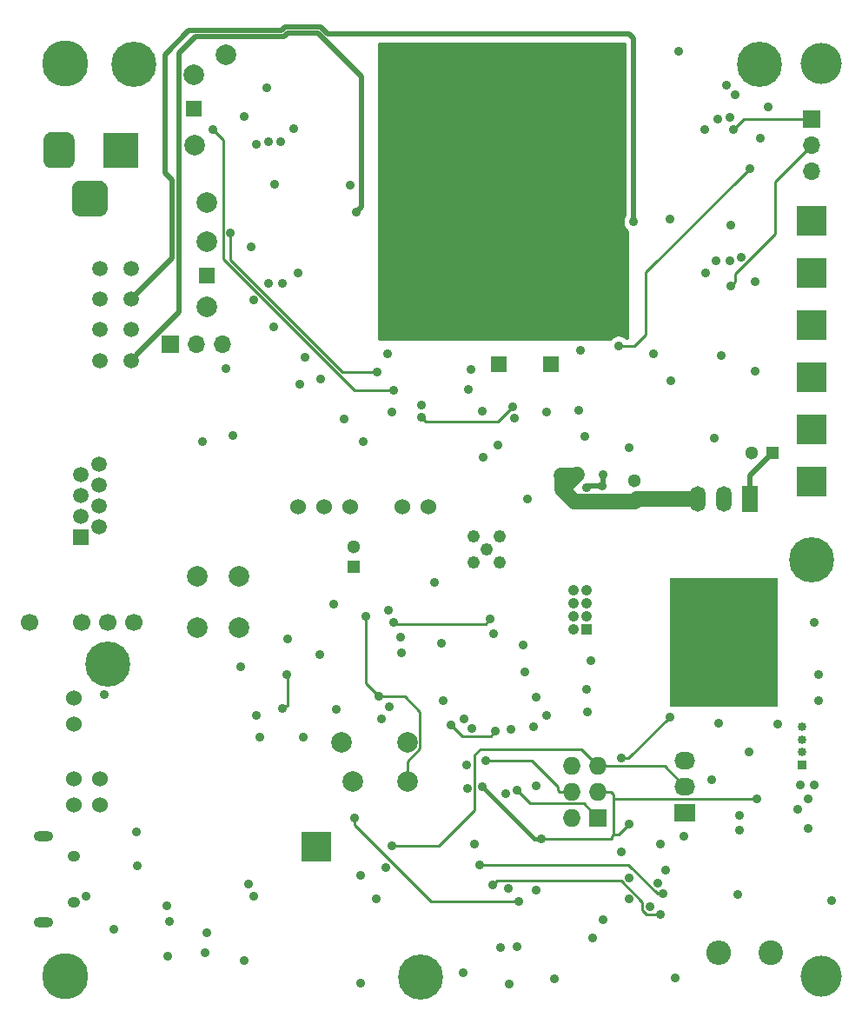
<source format=gbl>
G04 #@! TF.GenerationSoftware,KiCad,Pcbnew,(5.1.5)-3*
G04 #@! TF.CreationDate,2020-02-25T12:03:51+00:00*
G04 #@! TF.ProjectId,TempCtrl,54656d70-4374-4726-9c2e-6b696361645f,v4.3D*
G04 #@! TF.SameCoordinates,Original*
G04 #@! TF.FileFunction,Copper,L4,Bot*
G04 #@! TF.FilePolarity,Positive*
%FSLAX46Y46*%
G04 Gerber Fmt 4.6, Leading zero omitted, Abs format (unit mm)*
G04 Created by KiCad (PCBNEW (5.1.5)-3) date 2020-02-25 12:03:51*
%MOMM*%
%LPD*%
G04 APERTURE LIST*
%ADD10C,1.240000*%
%ADD11R,3.000000X3.000000*%
%ADD12C,4.400000*%
%ADD13C,0.700000*%
%ADD14O,1.700000X1.700000*%
%ADD15R,1.700000X1.700000*%
%ADD16R,1.500000X1.500000*%
%ADD17C,1.524000*%
%ADD18O,2.400000X2.400000*%
%ADD19C,2.400000*%
%ADD20C,2.000000*%
%ADD21R,1.300000X1.300000*%
%ADD22C,1.300000*%
%ADD23R,1.727200X1.727200*%
%ADD24O,1.727200X1.727200*%
%ADD25O,1.900000X1.000000*%
%ADD26O,1.250000X1.050000*%
%ADD27R,10.500000X12.500000*%
%ADD28O,1.501140X2.499360*%
%ADD29R,1.501140X2.499360*%
%ADD30C,5.080000*%
%ADD31R,0.850000X0.850000*%
%ADD32C,0.850000*%
%ADD33R,2.032000X1.727200*%
%ADD34O,2.032000X1.727200*%
%ADD35C,1.998980*%
%ADD36C,1.500000*%
%ADD37C,4.500000*%
%ADD38C,4.000000*%
%ADD39R,1.050000X1.050000*%
%ADD40C,1.050000*%
%ADD41C,1.700000*%
%ADD42R,3.500000X3.500000*%
%ADD43C,0.150000*%
%ADD44C,0.889000*%
%ADD45C,0.500000*%
%ADD46C,1.500000*%
%ADD47C,0.254000*%
%ADD48C,0.400000*%
G04 APERTURE END LIST*
D10*
X209700000Y-87900000D03*
X208430000Y-86630000D03*
X210970000Y-89170000D03*
X210970000Y-86630000D03*
X208430000Y-89170000D03*
D11*
X193040000Y-116840000D03*
D12*
X175260000Y-40640000D03*
D13*
X176910000Y-40640000D03*
X176426726Y-41806726D03*
X175260000Y-42290000D03*
X174093274Y-41806726D03*
X173610000Y-40640000D03*
X174093274Y-39473274D03*
X175260000Y-38990000D03*
X176426726Y-39473274D03*
D12*
X241300000Y-88900000D03*
D13*
X242950000Y-88900000D03*
X242466726Y-90066726D03*
X241300000Y-90550000D03*
X240133274Y-90066726D03*
X239650000Y-88900000D03*
X240133274Y-87733274D03*
X241300000Y-87250000D03*
X242466726Y-87733274D03*
X173886726Y-97893274D03*
X172720000Y-97410000D03*
X171553274Y-97893274D03*
X171070000Y-99060000D03*
X171553274Y-100226726D03*
X172720000Y-100710000D03*
X173886726Y-100226726D03*
X174370000Y-99060000D03*
D12*
X172720000Y-99060000D03*
X203200000Y-129540000D03*
D13*
X204850000Y-129540000D03*
X204366726Y-130706726D03*
X203200000Y-131190000D03*
X202033274Y-130706726D03*
X201550000Y-129540000D03*
X202033274Y-128373274D03*
X203200000Y-127890000D03*
X204366726Y-128373274D03*
X237386726Y-39473274D03*
X236220000Y-38990000D03*
X235053274Y-39473274D03*
X234570000Y-40640000D03*
X235053274Y-41806726D03*
X236220000Y-42290000D03*
X237386726Y-41806726D03*
X237870000Y-40640000D03*
D12*
X236220000Y-40640000D03*
D14*
X241300000Y-51054000D03*
X241300000Y-48514000D03*
D15*
X241300000Y-45974000D03*
D14*
X183896000Y-67945000D03*
X181356000Y-67945000D03*
D15*
X178816000Y-67945000D03*
D16*
X181102000Y-44958000D03*
X210820000Y-69850000D03*
X182372000Y-61214000D03*
X215900000Y-69850000D03*
D11*
X241300000Y-81280000D03*
X241300000Y-71120000D03*
X241300000Y-60960000D03*
X241300000Y-76200000D03*
X241300000Y-66040000D03*
X241300000Y-55880000D03*
D17*
X169440000Y-104920000D03*
X169440000Y-102380000D03*
D18*
X232256000Y-127146000D03*
D19*
X237336000Y-127146000D03*
D20*
X181102000Y-41656000D03*
X184277000Y-39751000D03*
X181229000Y-48514000D03*
X182372000Y-57912000D03*
X182372000Y-54102000D03*
X182372000Y-64262000D03*
D21*
X224090000Y-83230000D03*
D22*
X224090000Y-81230000D03*
D17*
X204000000Y-83730000D03*
X201460000Y-83730000D03*
X196380000Y-83730000D03*
X193840000Y-83730000D03*
X191300000Y-83730000D03*
X169440000Y-110280000D03*
X169440000Y-112820000D03*
X171980000Y-110280000D03*
X171980000Y-112820000D03*
D23*
X220540000Y-114040000D03*
D24*
X218000000Y-114040000D03*
X220540000Y-111500000D03*
X218000000Y-111500000D03*
X220540000Y-108960000D03*
X218000000Y-108960000D03*
D25*
X166450000Y-115825000D03*
X166450000Y-124175000D03*
D26*
X169450000Y-117775000D03*
X169450000Y-122225000D03*
D27*
X232800000Y-96964000D03*
D28*
X232800000Y-83000000D03*
D29*
X235340000Y-83000000D03*
D28*
X230260000Y-83000000D03*
D30*
X232800000Y-99750000D03*
D31*
X240400000Y-108900000D03*
D32*
X240400000Y-107650000D03*
X240400000Y-106400000D03*
X240400000Y-105150000D03*
D33*
X229000000Y-113500000D03*
D34*
X229000000Y-110960000D03*
X229000000Y-108420000D03*
D35*
X185500000Y-90500640D03*
X185500000Y-95501900D03*
X181500000Y-90500640D03*
X181500000Y-95501900D03*
D36*
X175000000Y-69500000D03*
X172000000Y-69500000D03*
X172000000Y-66500000D03*
X175000000Y-66500000D03*
X175000000Y-63500000D03*
X172000000Y-63500000D03*
X175000000Y-60500000D03*
X172000000Y-60500000D03*
D37*
X168570000Y-129450000D03*
X168570000Y-40550000D03*
D16*
X170140000Y-86710000D03*
D36*
X171920000Y-85690000D03*
X170140000Y-84670000D03*
X171920000Y-83650000D03*
X170140000Y-82630000D03*
X171920000Y-81610000D03*
X170140000Y-80590000D03*
X171920000Y-79570000D03*
D38*
X242240000Y-129450000D03*
X242240000Y-40550000D03*
D39*
X219400000Y-95700000D03*
D40*
X219400000Y-94430000D03*
X219400000Y-93160000D03*
X219400000Y-91890000D03*
X218130000Y-94430000D03*
X218130000Y-93160000D03*
X218130000Y-91890000D03*
X218130000Y-95700000D03*
D21*
X237490000Y-78486000D03*
D22*
X235490000Y-78486000D03*
D21*
X196700000Y-89600000D03*
D22*
X196700000Y-87600000D03*
D41*
X165100000Y-95000000D03*
X170180000Y-95000000D03*
X172720000Y-95000000D03*
X175260000Y-95000000D03*
D20*
X201930000Y-110490000D03*
X195500000Y-106680000D03*
X201930000Y-106680000D03*
X196596000Y-110490000D03*
D42*
X174000000Y-49000000D03*
G04 #@! TA.AperFunction,ComponentPad*
D43*
G36*
X168823513Y-47253611D02*
G01*
X168896318Y-47264411D01*
X168967714Y-47282295D01*
X169037013Y-47307090D01*
X169103548Y-47338559D01*
X169166678Y-47376398D01*
X169225795Y-47420242D01*
X169280330Y-47469670D01*
X169329758Y-47524205D01*
X169373602Y-47583322D01*
X169411441Y-47646452D01*
X169442910Y-47712987D01*
X169467705Y-47782286D01*
X169485589Y-47853682D01*
X169496389Y-47926487D01*
X169500000Y-48000000D01*
X169500000Y-50000000D01*
X169496389Y-50073513D01*
X169485589Y-50146318D01*
X169467705Y-50217714D01*
X169442910Y-50287013D01*
X169411441Y-50353548D01*
X169373602Y-50416678D01*
X169329758Y-50475795D01*
X169280330Y-50530330D01*
X169225795Y-50579758D01*
X169166678Y-50623602D01*
X169103548Y-50661441D01*
X169037013Y-50692910D01*
X168967714Y-50717705D01*
X168896318Y-50735589D01*
X168823513Y-50746389D01*
X168750000Y-50750000D01*
X167250000Y-50750000D01*
X167176487Y-50746389D01*
X167103682Y-50735589D01*
X167032286Y-50717705D01*
X166962987Y-50692910D01*
X166896452Y-50661441D01*
X166833322Y-50623602D01*
X166774205Y-50579758D01*
X166719670Y-50530330D01*
X166670242Y-50475795D01*
X166626398Y-50416678D01*
X166588559Y-50353548D01*
X166557090Y-50287013D01*
X166532295Y-50217714D01*
X166514411Y-50146318D01*
X166503611Y-50073513D01*
X166500000Y-50000000D01*
X166500000Y-48000000D01*
X166503611Y-47926487D01*
X166514411Y-47853682D01*
X166532295Y-47782286D01*
X166557090Y-47712987D01*
X166588559Y-47646452D01*
X166626398Y-47583322D01*
X166670242Y-47524205D01*
X166719670Y-47469670D01*
X166774205Y-47420242D01*
X166833322Y-47376398D01*
X166896452Y-47338559D01*
X166962987Y-47307090D01*
X167032286Y-47282295D01*
X167103682Y-47264411D01*
X167176487Y-47253611D01*
X167250000Y-47250000D01*
X168750000Y-47250000D01*
X168823513Y-47253611D01*
G37*
G04 #@! TD.AperFunction*
G04 #@! TA.AperFunction,ComponentPad*
G36*
X171960765Y-51954213D02*
G01*
X172045704Y-51966813D01*
X172128999Y-51987677D01*
X172209848Y-52016605D01*
X172287472Y-52053319D01*
X172361124Y-52097464D01*
X172430094Y-52148616D01*
X172493718Y-52206282D01*
X172551384Y-52269906D01*
X172602536Y-52338876D01*
X172646681Y-52412528D01*
X172683395Y-52490152D01*
X172712323Y-52571001D01*
X172733187Y-52654296D01*
X172745787Y-52739235D01*
X172750000Y-52825000D01*
X172750000Y-54575000D01*
X172745787Y-54660765D01*
X172733187Y-54745704D01*
X172712323Y-54828999D01*
X172683395Y-54909848D01*
X172646681Y-54987472D01*
X172602536Y-55061124D01*
X172551384Y-55130094D01*
X172493718Y-55193718D01*
X172430094Y-55251384D01*
X172361124Y-55302536D01*
X172287472Y-55346681D01*
X172209848Y-55383395D01*
X172128999Y-55412323D01*
X172045704Y-55433187D01*
X171960765Y-55445787D01*
X171875000Y-55450000D01*
X170125000Y-55450000D01*
X170039235Y-55445787D01*
X169954296Y-55433187D01*
X169871001Y-55412323D01*
X169790152Y-55383395D01*
X169712528Y-55346681D01*
X169638876Y-55302536D01*
X169569906Y-55251384D01*
X169506282Y-55193718D01*
X169448616Y-55130094D01*
X169397464Y-55061124D01*
X169353319Y-54987472D01*
X169316605Y-54909848D01*
X169287677Y-54828999D01*
X169266813Y-54745704D01*
X169254213Y-54660765D01*
X169250000Y-54575000D01*
X169250000Y-52825000D01*
X169254213Y-52739235D01*
X169266813Y-52654296D01*
X169287677Y-52571001D01*
X169316605Y-52490152D01*
X169353319Y-52412528D01*
X169397464Y-52338876D01*
X169448616Y-52269906D01*
X169506282Y-52206282D01*
X169569906Y-52148616D01*
X169638876Y-52097464D01*
X169712528Y-52053319D01*
X169790152Y-52016605D01*
X169871001Y-51987677D01*
X169954296Y-51966813D01*
X170039235Y-51954213D01*
X170125000Y-51950000D01*
X171875000Y-51950000D01*
X171960765Y-51954213D01*
G37*
G04 #@! TD.AperFunction*
D44*
X197000000Y-55000000D03*
X187200000Y-48400000D03*
X188400000Y-48200000D03*
X189600000Y-48200000D03*
X189800000Y-62000000D03*
X188400000Y-62000000D03*
X187000000Y-63600000D03*
X232200000Y-46000000D03*
X233376628Y-45776628D03*
X232000000Y-59800000D03*
X233400000Y-59800000D03*
X234453078Y-59453078D03*
X233903578Y-43591422D03*
X218460000Y-80580000D03*
X216940000Y-80690000D03*
X217000000Y-82030000D03*
X235200000Y-107600000D03*
X211864465Y-130201480D03*
X218600000Y-74300000D03*
X195800000Y-75200000D03*
X212371512Y-75101827D03*
X207900000Y-72300000D03*
X227579000Y-71450000D03*
X184900000Y-76800000D03*
X211500000Y-111700000D03*
X207700000Y-108900000D03*
X214500000Y-121100000D03*
X197400000Y-119600000D03*
X199800000Y-118900000D03*
X234300000Y-113800000D03*
X220980000Y-123952000D03*
X209200000Y-74400000D03*
X172400000Y-102000000D03*
X221030000Y-80630000D03*
X234100000Y-121500000D03*
X231600000Y-110300000D03*
X238000000Y-104900000D03*
X232300000Y-104800000D03*
X236300000Y-47800000D03*
X207400000Y-129100000D03*
X232500000Y-69000000D03*
X228000000Y-129612458D03*
X215000000Y-42500000D03*
X215000000Y-45000000D03*
X215000000Y-47500000D03*
X215000000Y-50000000D03*
X217500000Y-42500000D03*
X217500000Y-45000000D03*
X217500000Y-47500000D03*
X217500000Y-50000000D03*
X220000000Y-45000000D03*
X220000000Y-42500000D03*
X220000000Y-47500000D03*
X220000000Y-50000000D03*
X220000000Y-65000000D03*
X220000000Y-62500000D03*
X220000000Y-57500000D03*
X220000000Y-60000000D03*
X217500000Y-65000000D03*
X217500000Y-62500000D03*
X217500000Y-60000000D03*
X217500000Y-57500000D03*
X215000000Y-65000000D03*
X215000000Y-62500000D03*
X215000000Y-60000000D03*
X215000000Y-57500000D03*
X202500000Y-57500000D03*
X202500000Y-60000000D03*
X202500000Y-62500000D03*
X202500000Y-65000000D03*
X205000000Y-57500000D03*
X205000000Y-60000000D03*
X205000000Y-62500000D03*
X205000000Y-65000000D03*
X207500000Y-60000000D03*
X207500000Y-57500000D03*
X207500000Y-62500000D03*
X207500000Y-65000000D03*
X207500000Y-50000000D03*
X207500000Y-47500000D03*
X207500000Y-42500000D03*
X207500000Y-45000000D03*
X205000000Y-50000000D03*
X205000000Y-47500000D03*
X205000000Y-45000000D03*
X205000000Y-42500000D03*
X202500000Y-50000000D03*
X202500000Y-47500000D03*
X202500000Y-45000000D03*
X202500000Y-42500000D03*
X231000000Y-61000000D03*
X188200000Y-42900000D03*
X191300000Y-61000000D03*
X230900000Y-47000000D03*
X218800000Y-68500000D03*
X219200000Y-76900000D03*
X215500000Y-74500000D03*
X210800000Y-77700000D03*
X225900000Y-68800000D03*
X227500000Y-55700000D03*
X233000000Y-42700000D03*
X186000000Y-45700000D03*
X190900000Y-46900000D03*
X197600000Y-77400000D03*
X193500000Y-71300000D03*
X203300000Y-73800000D03*
X200400000Y-74500000D03*
X189000000Y-52300000D03*
X196400000Y-52400000D03*
X188900000Y-66200000D03*
X184300000Y-70300000D03*
X182000000Y-77400000D03*
X191500000Y-71800000D03*
X231873000Y-77062000D03*
X214500000Y-110900000D03*
X207800000Y-111200000D03*
X208500000Y-116600000D03*
X216300000Y-129700000D03*
X212600000Y-126600000D03*
X211000000Y-126700000D03*
X211800000Y-120900000D03*
X198900000Y-121900000D03*
X197400000Y-130100000D03*
X234300000Y-115200000D03*
X235839000Y-61849000D03*
X223520000Y-77978000D03*
X220013846Y-125697342D03*
X223520000Y-121920000D03*
X222821448Y-117389463D03*
X227076000Y-119126000D03*
X226314000Y-120396000D03*
X225552000Y-122682000D03*
X223520000Y-119888000D03*
X226568000Y-116586000D03*
X228854000Y-115824000D03*
X233495837Y-56287027D03*
X208100000Y-70400000D03*
X209300000Y-78900000D03*
X213662780Y-82991864D03*
X228400000Y-39400000D03*
X235800000Y-70500000D03*
X200000000Y-68800000D03*
X192000000Y-69200000D03*
X220958804Y-81679132D03*
X219378306Y-81908490D03*
X186700549Y-58390294D03*
X241554000Y-94996000D03*
X237109000Y-44831000D03*
X200194000Y-103198000D03*
X173300000Y-124900000D03*
X178518239Y-122607338D03*
X186000000Y-127900000D03*
X187000000Y-121700000D03*
X182400000Y-125200000D03*
X178600000Y-127500000D03*
X178800000Y-124100000D03*
X175600000Y-118700000D03*
X175500000Y-115400000D03*
X170663421Y-121630882D03*
X182200000Y-127200000D03*
X186500000Y-120500000D03*
X222750000Y-108250000D03*
X227500000Y-104250000D03*
X224000000Y-56000000D03*
X183000000Y-47000000D03*
X200600000Y-72400000D03*
X199000000Y-70600000D03*
X184705522Y-57100000D03*
X241000000Y-112200000D03*
X241600000Y-110800000D03*
X242000000Y-102600000D03*
X219400000Y-101500000D03*
X207443928Y-104356072D03*
X212000000Y-105400000D03*
X201250000Y-96400000D03*
X199454021Y-104381085D03*
X191784000Y-106154000D03*
X193434000Y-98167000D03*
X219800000Y-98700000D03*
X208200000Y-105300000D03*
X214200000Y-105200000D03*
X219500000Y-103700000D03*
X215500000Y-104100000D03*
X201350000Y-97950000D03*
X194800000Y-93200000D03*
X190284000Y-96592000D03*
X195000000Y-103500000D03*
X187192000Y-104054000D03*
X187584000Y-106154000D03*
X214450000Y-102250000D03*
X213360000Y-99822000D03*
X185674000Y-99314000D03*
X205232000Y-97028000D03*
X205400000Y-102600000D03*
X200100000Y-93800000D03*
X210345157Y-96114800D03*
X204600000Y-91100000D03*
X213200000Y-97200000D03*
X233680000Y-46990000D03*
X200400000Y-116800000D03*
X233426000Y-62230000D03*
X190200000Y-100100000D03*
X189792000Y-103354000D03*
X203300000Y-75000000D03*
X212204113Y-74004113D03*
X209600000Y-108500000D03*
X212600000Y-111300000D03*
X236000000Y-112200000D03*
X209273308Y-111042739D03*
X215000000Y-116100000D03*
X223570521Y-114631485D03*
X210498520Y-105606778D03*
X206200000Y-105000000D03*
X197900000Y-94400000D03*
X199200000Y-102200000D03*
X212800000Y-122200000D03*
X196786530Y-114072494D03*
X235300000Y-50800000D03*
X222504000Y-68072000D03*
X240000000Y-113200000D03*
X240200000Y-110800000D03*
X243300000Y-122100000D03*
X241000000Y-115100000D03*
X242000000Y-100100000D03*
X209000000Y-118600000D03*
X226815845Y-121416218D03*
X210216752Y-120590427D03*
X226568000Y-123444000D03*
X210000000Y-94700000D03*
X200582281Y-95034824D03*
D45*
X181274231Y-37976990D02*
X179719323Y-39531898D01*
X197000000Y-55000000D02*
X197444499Y-54555501D01*
X197444499Y-54555501D02*
X197444499Y-41791720D01*
X179719323Y-64780677D02*
X175749999Y-68750001D01*
X179719323Y-39531898D02*
X179719323Y-64780677D01*
X175749999Y-68750001D02*
X175000000Y-69500000D01*
X189910232Y-37976990D02*
X181274231Y-37976990D01*
X190291232Y-37595990D02*
X189910232Y-37976990D01*
X193248769Y-37595990D02*
X190291232Y-37595990D01*
X197444499Y-41791720D02*
X193248769Y-37595990D01*
X235340000Y-83000000D02*
X235340000Y-80660000D01*
X235340000Y-80660000D02*
X237550000Y-78450000D01*
D46*
X224320000Y-83000000D02*
X224090000Y-83230000D01*
X230260000Y-83000000D02*
X224320000Y-83000000D01*
X224090000Y-83230000D02*
X218200000Y-83230000D01*
X218200000Y-83230000D02*
X217000000Y-82030000D01*
X217000000Y-80750000D02*
X216940000Y-80690000D01*
X217000000Y-82030000D02*
X217000000Y-80750000D01*
X218350000Y-80690000D02*
X218460000Y-80580000D01*
X216940000Y-80690000D02*
X218350000Y-80690000D01*
X217010000Y-82030000D02*
X218460000Y-80580000D01*
X217000000Y-82030000D02*
X217010000Y-82030000D01*
D45*
X232800000Y-83000000D02*
X232800000Y-83630000D01*
X219607664Y-81679132D02*
X219378306Y-81908490D01*
X221030000Y-80630000D02*
X221030000Y-81607936D01*
X221030000Y-81607936D02*
X220958804Y-81679132D01*
X220958804Y-81679132D02*
X219607664Y-81679132D01*
D47*
X200274000Y-103278000D02*
X200194000Y-103198000D01*
X227500000Y-104250000D02*
X223500000Y-108250000D01*
X223500000Y-108250000D02*
X222750000Y-108250000D01*
D45*
X179000000Y-51900000D02*
X179000000Y-59500000D01*
X179000000Y-59500000D02*
X175000000Y-63500000D01*
X179000000Y-51900000D02*
X179000000Y-51960660D01*
X193508484Y-36968978D02*
X190031516Y-36968979D01*
X224000000Y-56000000D02*
X224000000Y-38087222D01*
X224000000Y-38087222D02*
X223581768Y-37668990D01*
X223581768Y-37668990D02*
X194208496Y-37668990D01*
X178304011Y-39679484D02*
X178304011Y-51204011D01*
X178304011Y-51204011D02*
X179000000Y-51900000D01*
X180633516Y-37349979D02*
X178304011Y-39679484D01*
X189650516Y-37349979D02*
X180633516Y-37349979D01*
X190031516Y-36968979D02*
X189650516Y-37349979D01*
X194208496Y-37668990D02*
X193508484Y-36968978D01*
D47*
X200600000Y-72400000D02*
X196833782Y-72400000D01*
X196833782Y-72400000D02*
X184007012Y-59573230D01*
X184007012Y-59573230D02*
X184007012Y-48007012D01*
X183444499Y-47444499D02*
X183000000Y-47000000D01*
X184007012Y-48007012D02*
X183444499Y-47444499D01*
X184705522Y-59732910D02*
X184705522Y-57728617D01*
X184705522Y-57728617D02*
X184705522Y-57100000D01*
X195572612Y-70600000D02*
X184705522Y-59732910D01*
X199000000Y-70600000D02*
X195572612Y-70600000D01*
X234696000Y-45974000D02*
X241300000Y-45974000D01*
X233680000Y-46990000D02*
X234696000Y-45974000D01*
X222960000Y-108960000D02*
X227000000Y-108960000D01*
X220540000Y-108960000D02*
X222960000Y-108960000D01*
X227000000Y-108960000D02*
X229000000Y-110960000D01*
X205000000Y-116800000D02*
X200400000Y-116800000D01*
X220540000Y-108960000D02*
X218922399Y-107342399D01*
X208500000Y-107900000D02*
X208500000Y-113300000D01*
X218922399Y-107342399D02*
X209057601Y-107342399D01*
X209057601Y-107342399D02*
X208500000Y-107900000D01*
X208500000Y-113300000D02*
X205000000Y-116800000D01*
X233870499Y-61785501D02*
X233870499Y-61023501D01*
X233426000Y-62230000D02*
X233870499Y-61785501D01*
X233870499Y-61023501D02*
X237744000Y-57150000D01*
X237744000Y-52070000D02*
X241300000Y-48514000D01*
X237744000Y-57150000D02*
X237744000Y-52070000D01*
X190300000Y-103100000D02*
X190300000Y-100200000D01*
X190300000Y-100200000D02*
X190200000Y-100100000D01*
X190046000Y-103100000D02*
X189792000Y-103354000D01*
X190300000Y-103100000D02*
X190046000Y-103100000D01*
X218000000Y-111500000D02*
X216778686Y-111500000D01*
X216778686Y-111500000D02*
X216600000Y-111321314D01*
X216600000Y-111321314D02*
X216600000Y-111000000D01*
X210228617Y-108500000D02*
X209600000Y-108500000D01*
X214100000Y-108500000D02*
X210228617Y-108500000D01*
X216600000Y-111000000D02*
X214100000Y-108500000D01*
X212204113Y-74004113D02*
X210763727Y-75444499D01*
X203744499Y-75444499D02*
X203300000Y-75000000D01*
X210763727Y-75444499D02*
X203744499Y-75444499D01*
X219117601Y-112617601D02*
X220540000Y-114040000D01*
X212600000Y-111300000D02*
X213917601Y-112617601D01*
X213917601Y-112617601D02*
X219117601Y-112617601D01*
X236000000Y-112200000D02*
X226300000Y-112200000D01*
X226300000Y-112200000D02*
X222007717Y-112200000D01*
X222007717Y-112200000D02*
X222100000Y-112292283D01*
X222100000Y-112292283D02*
X222100000Y-112300000D01*
X222100000Y-112300000D02*
X222007717Y-112300000D01*
X220540000Y-111500000D02*
X221761314Y-111500000D01*
X221761314Y-111500000D02*
X222007717Y-111746403D01*
X222007717Y-111746403D02*
X222007717Y-112300000D01*
D48*
X209717807Y-111487238D02*
X209273308Y-111042739D01*
X214330569Y-116100000D02*
X209717807Y-111487238D01*
X215000000Y-116100000D02*
X214330569Y-116100000D01*
D47*
X222007717Y-112300000D02*
X222007709Y-112300008D01*
X222007709Y-112300008D02*
X222007709Y-115639862D01*
X215000000Y-116100000D02*
X221839230Y-116100000D01*
X221839230Y-115808341D02*
X222007709Y-115639862D01*
X221839230Y-116100000D02*
X221839230Y-115808341D01*
X222007709Y-115639862D02*
X222562144Y-115639862D01*
X222562144Y-115639862D02*
X223126022Y-115075984D01*
X223126022Y-115075984D02*
X223570521Y-114631485D01*
X210054021Y-106051277D02*
X210498520Y-105606778D01*
X207251277Y-106051277D02*
X210054021Y-106051277D01*
X206200000Y-105000000D02*
X207251277Y-106051277D01*
X197900000Y-100900000D02*
X197900000Y-94400000D01*
X199200000Y-102200000D02*
X197900000Y-100900000D01*
X203184001Y-107281921D02*
X201930000Y-108535922D01*
X201930000Y-108535922D02*
X201930000Y-109075787D01*
X203184001Y-103684001D02*
X203184001Y-107281921D01*
X201700000Y-102200000D02*
X203184001Y-103684001D01*
X199200000Y-102200000D02*
X201700000Y-102200000D01*
X201930000Y-109075787D02*
X201930000Y-110490000D01*
X212800000Y-122200000D02*
X204285419Y-122200000D01*
X204285419Y-122200000D02*
X196786530Y-114701111D01*
X196786530Y-114701111D02*
X196786530Y-114072494D01*
X225181009Y-60918991D02*
X234855501Y-51244499D01*
X222504000Y-68072000D02*
X224066830Y-68072000D01*
X224066830Y-68072000D02*
X225181009Y-66957821D01*
X234855501Y-51244499D02*
X235300000Y-50800000D01*
X225181009Y-66957821D02*
X225181009Y-60918991D01*
X209000000Y-118600000D02*
X223484218Y-118600000D01*
X223484218Y-118600000D02*
X226300436Y-121416218D01*
X226300436Y-121416218D02*
X226815845Y-121416218D01*
X210661251Y-120145928D02*
X222744146Y-120145928D01*
X224853499Y-122255281D02*
X224853499Y-123017281D01*
X210216752Y-120590427D02*
X210661251Y-120145928D01*
X222744146Y-120145928D02*
X224853499Y-122255281D01*
X224853499Y-123017281D02*
X225280218Y-123444000D01*
X225280218Y-123444000D02*
X225939383Y-123444000D01*
X225939383Y-123444000D02*
X226568000Y-123444000D01*
X200582281Y-95034824D02*
X200697457Y-95150000D01*
X200697457Y-95150000D02*
X209550000Y-95150000D01*
X209550000Y-95150000D02*
X210000000Y-94700000D01*
G36*
X223115000Y-55381448D02*
G01*
X223043360Y-55488665D01*
X222961985Y-55685122D01*
X222920500Y-55893679D01*
X222920500Y-56106321D01*
X222961985Y-56314878D01*
X223043360Y-56511335D01*
X223161498Y-56688141D01*
X223311859Y-56838502D01*
X223373000Y-56879355D01*
X223373000Y-67310000D01*
X223268643Y-67310000D01*
X223192141Y-67233498D01*
X223015335Y-67115360D01*
X222818878Y-67033985D01*
X222610321Y-66992500D01*
X222397679Y-66992500D01*
X222189122Y-67033985D01*
X221992665Y-67115360D01*
X221815859Y-67233498D01*
X221676357Y-67373000D01*
X199127000Y-67373000D01*
X199127000Y-38627000D01*
X223115001Y-38627000D01*
X223115000Y-55381448D01*
G37*
X223115000Y-55381448D02*
X223043360Y-55488665D01*
X222961985Y-55685122D01*
X222920500Y-55893679D01*
X222920500Y-56106321D01*
X222961985Y-56314878D01*
X223043360Y-56511335D01*
X223161498Y-56688141D01*
X223311859Y-56838502D01*
X223373000Y-56879355D01*
X223373000Y-67310000D01*
X223268643Y-67310000D01*
X223192141Y-67233498D01*
X223015335Y-67115360D01*
X222818878Y-67033985D01*
X222610321Y-66992500D01*
X222397679Y-66992500D01*
X222189122Y-67033985D01*
X221992665Y-67115360D01*
X221815859Y-67233498D01*
X221676357Y-67373000D01*
X199127000Y-67373000D01*
X199127000Y-38627000D01*
X223115001Y-38627000D01*
X223115000Y-55381448D01*
M02*

</source>
